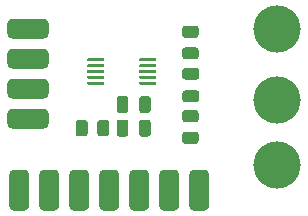
<source format=gts>
G04 #@! TF.GenerationSoftware,KiCad,Pcbnew,5.1.9+dfsg1-1+deb11u1*
G04 #@! TF.CreationDate,2023-10-04T18:53:56+00:00*
G04 #@! TF.ProjectId,ControllerCurrentShuntAddOn,436f6e74-726f-46c6-9c65-724375727265,rev?*
G04 #@! TF.SameCoordinates,Original*
G04 #@! TF.FileFunction,Soldermask,Top*
G04 #@! TF.FilePolarity,Negative*
%FSLAX46Y46*%
G04 Gerber Fmt 4.6, Leading zero omitted, Abs format (unit mm)*
G04 Created by KiCad (PCBNEW 5.1.9+dfsg1-1+deb11u1) date 2023-10-04 18:53:56*
%MOMM*%
%LPD*%
G01*
G04 APERTURE LIST*
%ADD10C,4.000000*%
G04 APERTURE END LIST*
G36*
G01*
X208300000Y-97855000D02*
X208300000Y-98705000D01*
G75*
G02*
X207875000Y-99130000I-425000J0D01*
G01*
X205225000Y-99130000D01*
G75*
G02*
X204800000Y-98705000I0J425000D01*
G01*
X204800000Y-97855000D01*
G75*
G02*
X205225000Y-97430000I425000J0D01*
G01*
X207875000Y-97430000D01*
G75*
G02*
X208300000Y-97855000I0J-425000D01*
G01*
G37*
G36*
G01*
X208300000Y-100395000D02*
X208300000Y-101245000D01*
G75*
G02*
X207875000Y-101670000I-425000J0D01*
G01*
X205225000Y-101670000D01*
G75*
G02*
X204800000Y-101245000I0J425000D01*
G01*
X204800000Y-100395000D01*
G75*
G02*
X205225000Y-99970000I425000J0D01*
G01*
X207875000Y-99970000D01*
G75*
G02*
X208300000Y-100395000I0J-425000D01*
G01*
G37*
G36*
G01*
X208300000Y-102935000D02*
X208300000Y-103785000D01*
G75*
G02*
X207875000Y-104210000I-425000J0D01*
G01*
X205225000Y-104210000D01*
G75*
G02*
X204800000Y-103785000I0J425000D01*
G01*
X204800000Y-102935000D01*
G75*
G02*
X205225000Y-102510000I425000J0D01*
G01*
X207875000Y-102510000D01*
G75*
G02*
X208300000Y-102935000I0J-425000D01*
G01*
G37*
G36*
G01*
X208300000Y-105475000D02*
X208300000Y-106325000D01*
G75*
G02*
X207875000Y-106750000I-425000J0D01*
G01*
X205225000Y-106750000D01*
G75*
G02*
X204800000Y-106325000I0J425000D01*
G01*
X204800000Y-105475000D01*
G75*
G02*
X205225000Y-105050000I425000J0D01*
G01*
X207875000Y-105050000D01*
G75*
G02*
X208300000Y-105475000I0J-425000D01*
G01*
G37*
G36*
G01*
X221465000Y-113700000D02*
X220615000Y-113700000D01*
G75*
G02*
X220190000Y-113275000I0J425000D01*
G01*
X220190000Y-110625000D01*
G75*
G02*
X220615000Y-110200000I425000J0D01*
G01*
X221465000Y-110200000D01*
G75*
G02*
X221890000Y-110625000I0J-425000D01*
G01*
X221890000Y-113275000D01*
G75*
G02*
X221465000Y-113700000I-425000J0D01*
G01*
G37*
G36*
G01*
X218925000Y-113700000D02*
X218075000Y-113700000D01*
G75*
G02*
X217650000Y-113275000I0J425000D01*
G01*
X217650000Y-110625000D01*
G75*
G02*
X218075000Y-110200000I425000J0D01*
G01*
X218925000Y-110200000D01*
G75*
G02*
X219350000Y-110625000I0J-425000D01*
G01*
X219350000Y-113275000D01*
G75*
G02*
X218925000Y-113700000I-425000J0D01*
G01*
G37*
G36*
G01*
X216385000Y-113700000D02*
X215535000Y-113700000D01*
G75*
G02*
X215110000Y-113275000I0J425000D01*
G01*
X215110000Y-110625000D01*
G75*
G02*
X215535000Y-110200000I425000J0D01*
G01*
X216385000Y-110200000D01*
G75*
G02*
X216810000Y-110625000I0J-425000D01*
G01*
X216810000Y-113275000D01*
G75*
G02*
X216385000Y-113700000I-425000J0D01*
G01*
G37*
G36*
G01*
X213845000Y-113700000D02*
X212995000Y-113700000D01*
G75*
G02*
X212570000Y-113275000I0J425000D01*
G01*
X212570000Y-110625000D01*
G75*
G02*
X212995000Y-110200000I425000J0D01*
G01*
X213845000Y-110200000D01*
G75*
G02*
X214270000Y-110625000I0J-425000D01*
G01*
X214270000Y-113275000D01*
G75*
G02*
X213845000Y-113700000I-425000J0D01*
G01*
G37*
G36*
G01*
X211305000Y-113700000D02*
X210455000Y-113700000D01*
G75*
G02*
X210030000Y-113275000I0J425000D01*
G01*
X210030000Y-110625000D01*
G75*
G02*
X210455000Y-110200000I425000J0D01*
G01*
X211305000Y-110200000D01*
G75*
G02*
X211730000Y-110625000I0J-425000D01*
G01*
X211730000Y-113275000D01*
G75*
G02*
X211305000Y-113700000I-425000J0D01*
G01*
G37*
G36*
G01*
X208765000Y-113700000D02*
X207915000Y-113700000D01*
G75*
G02*
X207490000Y-113275000I0J425000D01*
G01*
X207490000Y-110625000D01*
G75*
G02*
X207915000Y-110200000I425000J0D01*
G01*
X208765000Y-110200000D01*
G75*
G02*
X209190000Y-110625000I0J-425000D01*
G01*
X209190000Y-113275000D01*
G75*
G02*
X208765000Y-113700000I-425000J0D01*
G01*
G37*
G36*
G01*
X206225000Y-113700000D02*
X205375000Y-113700000D01*
G75*
G02*
X204950000Y-113275000I0J425000D01*
G01*
X204950000Y-110625000D01*
G75*
G02*
X205375000Y-110200000I425000J0D01*
G01*
X206225000Y-110200000D01*
G75*
G02*
X206650000Y-110625000I0J-425000D01*
G01*
X206650000Y-113275000D01*
G75*
G02*
X206225000Y-113700000I-425000J0D01*
G01*
G37*
G36*
G01*
X211600000Y-106249999D02*
X211600000Y-107150001D01*
G75*
G02*
X211350001Y-107400000I-249999J0D01*
G01*
X210824999Y-107400000D01*
G75*
G02*
X210575000Y-107150001I0J249999D01*
G01*
X210575000Y-106249999D01*
G75*
G02*
X210824999Y-106000000I249999J0D01*
G01*
X211350001Y-106000000D01*
G75*
G02*
X211600000Y-106249999I0J-249999D01*
G01*
G37*
G36*
G01*
X213425000Y-106249999D02*
X213425000Y-107150001D01*
G75*
G02*
X213175001Y-107400000I-249999J0D01*
G01*
X212649999Y-107400000D01*
G75*
G02*
X212400000Y-107150001I0J249999D01*
G01*
X212400000Y-106249999D01*
G75*
G02*
X212649999Y-106000000I249999J0D01*
G01*
X213175001Y-106000000D01*
G75*
G02*
X213425000Y-106249999I0J-249999D01*
G01*
G37*
G36*
G01*
X215975000Y-100975000D02*
X215975000Y-100825000D01*
G75*
G02*
X216050000Y-100750000I75000J0D01*
G01*
X217350000Y-100750000D01*
G75*
G02*
X217425000Y-100825000I0J-75000D01*
G01*
X217425000Y-100975000D01*
G75*
G02*
X217350000Y-101050000I-75000J0D01*
G01*
X216050000Y-101050000D01*
G75*
G02*
X215975000Y-100975000I0J75000D01*
G01*
G37*
G36*
G01*
X215975000Y-101475000D02*
X215975000Y-101325000D01*
G75*
G02*
X216050000Y-101250000I75000J0D01*
G01*
X217350000Y-101250000D01*
G75*
G02*
X217425000Y-101325000I0J-75000D01*
G01*
X217425000Y-101475000D01*
G75*
G02*
X217350000Y-101550000I-75000J0D01*
G01*
X216050000Y-101550000D01*
G75*
G02*
X215975000Y-101475000I0J75000D01*
G01*
G37*
G36*
G01*
X215975000Y-101975000D02*
X215975000Y-101825000D01*
G75*
G02*
X216050000Y-101750000I75000J0D01*
G01*
X217350000Y-101750000D01*
G75*
G02*
X217425000Y-101825000I0J-75000D01*
G01*
X217425000Y-101975000D01*
G75*
G02*
X217350000Y-102050000I-75000J0D01*
G01*
X216050000Y-102050000D01*
G75*
G02*
X215975000Y-101975000I0J75000D01*
G01*
G37*
G36*
G01*
X215975000Y-102475000D02*
X215975000Y-102325000D01*
G75*
G02*
X216050000Y-102250000I75000J0D01*
G01*
X217350000Y-102250000D01*
G75*
G02*
X217425000Y-102325000I0J-75000D01*
G01*
X217425000Y-102475000D01*
G75*
G02*
X217350000Y-102550000I-75000J0D01*
G01*
X216050000Y-102550000D01*
G75*
G02*
X215975000Y-102475000I0J75000D01*
G01*
G37*
G36*
G01*
X215975000Y-102975000D02*
X215975000Y-102825000D01*
G75*
G02*
X216050000Y-102750000I75000J0D01*
G01*
X217350000Y-102750000D01*
G75*
G02*
X217425000Y-102825000I0J-75000D01*
G01*
X217425000Y-102975000D01*
G75*
G02*
X217350000Y-103050000I-75000J0D01*
G01*
X216050000Y-103050000D01*
G75*
G02*
X215975000Y-102975000I0J75000D01*
G01*
G37*
G36*
G01*
X211575000Y-102975000D02*
X211575000Y-102825000D01*
G75*
G02*
X211650000Y-102750000I75000J0D01*
G01*
X212950000Y-102750000D01*
G75*
G02*
X213025000Y-102825000I0J-75000D01*
G01*
X213025000Y-102975000D01*
G75*
G02*
X212950000Y-103050000I-75000J0D01*
G01*
X211650000Y-103050000D01*
G75*
G02*
X211575000Y-102975000I0J75000D01*
G01*
G37*
G36*
G01*
X211575000Y-102475000D02*
X211575000Y-102325000D01*
G75*
G02*
X211650000Y-102250000I75000J0D01*
G01*
X212950000Y-102250000D01*
G75*
G02*
X213025000Y-102325000I0J-75000D01*
G01*
X213025000Y-102475000D01*
G75*
G02*
X212950000Y-102550000I-75000J0D01*
G01*
X211650000Y-102550000D01*
G75*
G02*
X211575000Y-102475000I0J75000D01*
G01*
G37*
G36*
G01*
X211575000Y-101975000D02*
X211575000Y-101825000D01*
G75*
G02*
X211650000Y-101750000I75000J0D01*
G01*
X212950000Y-101750000D01*
G75*
G02*
X213025000Y-101825000I0J-75000D01*
G01*
X213025000Y-101975000D01*
G75*
G02*
X212950000Y-102050000I-75000J0D01*
G01*
X211650000Y-102050000D01*
G75*
G02*
X211575000Y-101975000I0J75000D01*
G01*
G37*
G36*
G01*
X211575000Y-101475000D02*
X211575000Y-101325000D01*
G75*
G02*
X211650000Y-101250000I75000J0D01*
G01*
X212950000Y-101250000D01*
G75*
G02*
X213025000Y-101325000I0J-75000D01*
G01*
X213025000Y-101475000D01*
G75*
G02*
X212950000Y-101550000I-75000J0D01*
G01*
X211650000Y-101550000D01*
G75*
G02*
X211575000Y-101475000I0J75000D01*
G01*
G37*
G36*
G01*
X211575000Y-100975000D02*
X211575000Y-100825000D01*
G75*
G02*
X211650000Y-100750000I75000J0D01*
G01*
X212950000Y-100750000D01*
G75*
G02*
X213025000Y-100825000I0J-75000D01*
G01*
X213025000Y-100975000D01*
G75*
G02*
X212950000Y-101050000I-75000J0D01*
G01*
X211650000Y-101050000D01*
G75*
G02*
X211575000Y-100975000I0J75000D01*
G01*
G37*
G36*
G01*
X219849999Y-107000000D02*
X220750001Y-107000000D01*
G75*
G02*
X221000000Y-107249999I0J-249999D01*
G01*
X221000000Y-107775001D01*
G75*
G02*
X220750001Y-108025000I-249999J0D01*
G01*
X219849999Y-108025000D01*
G75*
G02*
X219600000Y-107775001I0J249999D01*
G01*
X219600000Y-107249999D01*
G75*
G02*
X219849999Y-107000000I249999J0D01*
G01*
G37*
G36*
G01*
X219849999Y-105175000D02*
X220750001Y-105175000D01*
G75*
G02*
X221000000Y-105424999I0J-249999D01*
G01*
X221000000Y-105950001D01*
G75*
G02*
X220750001Y-106200000I-249999J0D01*
G01*
X219849999Y-106200000D01*
G75*
G02*
X219600000Y-105950001I0J249999D01*
G01*
X219600000Y-105424999D01*
G75*
G02*
X219849999Y-105175000I249999J0D01*
G01*
G37*
G36*
G01*
X220750001Y-99050000D02*
X219849999Y-99050000D01*
G75*
G02*
X219600000Y-98800001I0J249999D01*
G01*
X219600000Y-98274999D01*
G75*
G02*
X219849999Y-98025000I249999J0D01*
G01*
X220750001Y-98025000D01*
G75*
G02*
X221000000Y-98274999I0J-249999D01*
G01*
X221000000Y-98800001D01*
G75*
G02*
X220750001Y-99050000I-249999J0D01*
G01*
G37*
G36*
G01*
X220750001Y-100875000D02*
X219849999Y-100875000D01*
G75*
G02*
X219600000Y-100625001I0J249999D01*
G01*
X219600000Y-100099999D01*
G75*
G02*
X219849999Y-99850000I249999J0D01*
G01*
X220750001Y-99850000D01*
G75*
G02*
X221000000Y-100099999I0J-249999D01*
G01*
X221000000Y-100625001D01*
G75*
G02*
X220750001Y-100875000I-249999J0D01*
G01*
G37*
D10*
X227650000Y-109800000D03*
X227650000Y-104300000D03*
X227650000Y-98300000D03*
G36*
G01*
X215950000Y-107175000D02*
X215950000Y-106225000D01*
G75*
G02*
X216200000Y-105975000I250000J0D01*
G01*
X216700000Y-105975000D01*
G75*
G02*
X216950000Y-106225000I0J-250000D01*
G01*
X216950000Y-107175000D01*
G75*
G02*
X216700000Y-107425000I-250000J0D01*
G01*
X216200000Y-107425000D01*
G75*
G02*
X215950000Y-107175000I0J250000D01*
G01*
G37*
G36*
G01*
X214050000Y-107175000D02*
X214050000Y-106225000D01*
G75*
G02*
X214300000Y-105975000I250000J0D01*
G01*
X214800000Y-105975000D01*
G75*
G02*
X215050000Y-106225000I0J-250000D01*
G01*
X215050000Y-107175000D01*
G75*
G02*
X214800000Y-107425000I-250000J0D01*
G01*
X214300000Y-107425000D01*
G75*
G02*
X214050000Y-107175000I0J250000D01*
G01*
G37*
G36*
G01*
X215950000Y-105175000D02*
X215950000Y-104225000D01*
G75*
G02*
X216200000Y-103975000I250000J0D01*
G01*
X216700000Y-103975000D01*
G75*
G02*
X216950000Y-104225000I0J-250000D01*
G01*
X216950000Y-105175000D01*
G75*
G02*
X216700000Y-105425000I-250000J0D01*
G01*
X216200000Y-105425000D01*
G75*
G02*
X215950000Y-105175000I0J250000D01*
G01*
G37*
G36*
G01*
X214050000Y-105175000D02*
X214050000Y-104225000D01*
G75*
G02*
X214300000Y-103975000I250000J0D01*
G01*
X214800000Y-103975000D01*
G75*
G02*
X215050000Y-104225000I0J-250000D01*
G01*
X215050000Y-105175000D01*
G75*
G02*
X214800000Y-105425000I-250000J0D01*
G01*
X214300000Y-105425000D01*
G75*
G02*
X214050000Y-105175000I0J250000D01*
G01*
G37*
G36*
G01*
X219855000Y-103500000D02*
X220805000Y-103500000D01*
G75*
G02*
X221055000Y-103750000I0J-250000D01*
G01*
X221055000Y-104250000D01*
G75*
G02*
X220805000Y-104500000I-250000J0D01*
G01*
X219855000Y-104500000D01*
G75*
G02*
X219605000Y-104250000I0J250000D01*
G01*
X219605000Y-103750000D01*
G75*
G02*
X219855000Y-103500000I250000J0D01*
G01*
G37*
G36*
G01*
X219855000Y-101600000D02*
X220805000Y-101600000D01*
G75*
G02*
X221055000Y-101850000I0J-250000D01*
G01*
X221055000Y-102350000D01*
G75*
G02*
X220805000Y-102600000I-250000J0D01*
G01*
X219855000Y-102600000D01*
G75*
G02*
X219605000Y-102350000I0J250000D01*
G01*
X219605000Y-101850000D01*
G75*
G02*
X219855000Y-101600000I250000J0D01*
G01*
G37*
M02*

</source>
